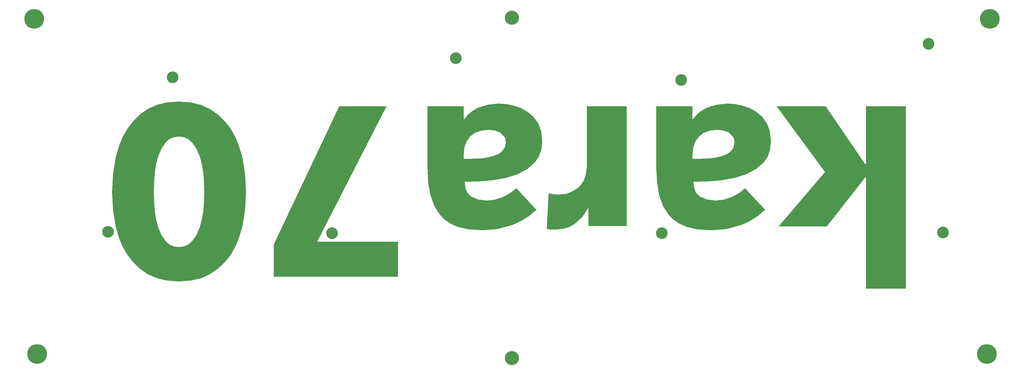
<source format=gbr>
%TF.GenerationSoftware,KiCad,Pcbnew,9.0.0*%
%TF.CreationDate,2025-03-11T22:48:04+00:00*%
%TF.ProjectId,base,62617365-2e6b-4696-9361-645f70636258,rev?*%
%TF.SameCoordinates,Original*%
%TF.FileFunction,Copper,L1,Top*%
%TF.FilePolarity,Positive*%
%FSLAX46Y46*%
G04 Gerber Fmt 4.6, Leading zero omitted, Abs format (unit mm)*
G04 Created by KiCad (PCBNEW 9.0.0) date 2025-03-11 22:48:04*
%MOMM*%
%LPD*%
G01*
G04 APERTURE LIST*
%ADD10C,0.300000*%
%TA.AperFunction,SMDPad,CuDef*%
%ADD11C,7.400000*%
%TD*%
%TA.AperFunction,SMDPad,CuDef*%
%ADD12C,5.300000*%
%TD*%
%TA.AperFunction,ComponentPad*%
%ADD13C,4.400000*%
%TD*%
G04 APERTURE END LIST*
D10*
G36*
X305070081Y-72813000D02*
G01*
X323529650Y-72813000D01*
X338353664Y-94546949D01*
X338623553Y-94546949D01*
X338623553Y-72813000D01*
X353630139Y-72813000D01*
X353630139Y-141559118D01*
X338623553Y-141559118D01*
X338623553Y-99730393D01*
X338353664Y-99730393D01*
X323890824Y-118098676D01*
X305796398Y-118098676D01*
X323255793Y-97638758D01*
X305070081Y-72813000D01*
G37*
G36*
X289223272Y-71975204D02*
G01*
X292123378Y-72527235D01*
X294917032Y-73484969D01*
X297441766Y-74888758D01*
X299617807Y-76780215D01*
X301398806Y-79254599D01*
X302532224Y-82195813D01*
X302942726Y-85985932D01*
X302620832Y-89157998D01*
X301715352Y-91753898D01*
X300259718Y-93896042D01*
X297241379Y-96521128D01*
X293349783Y-98531771D01*
X288962405Y-99878056D01*
X283935442Y-100714692D01*
X278782683Y-101127520D01*
X273842412Y-101262406D01*
X273842412Y-101972848D01*
X274124802Y-104039444D01*
X274912328Y-105613979D01*
X276207904Y-106818931D01*
X278769377Y-107965739D01*
X282026379Y-108374758D01*
X285144355Y-108035330D01*
X288166339Y-107009441D01*
X290947418Y-105479869D01*
X293210869Y-103735060D01*
X300759805Y-111855524D01*
X297950368Y-114204821D01*
X294854643Y-116123650D01*
X291440719Y-117626372D01*
X286049326Y-119072459D01*
X280573745Y-119551311D01*
X275090217Y-119169726D01*
X270889516Y-118142335D01*
X268378692Y-117008705D01*
X266258177Y-115556012D01*
X264479667Y-113776494D01*
X262396419Y-110524535D01*
X260887771Y-106318844D01*
X260055367Y-101599387D01*
X259748684Y-95638409D01*
X259748684Y-91066183D01*
X273389952Y-91066183D01*
X273389952Y-92625979D01*
X275299015Y-92625979D01*
X280256229Y-92395780D01*
X282678026Y-92051078D01*
X284713356Y-91522612D01*
X286525186Y-90715932D01*
X287940109Y-89641332D01*
X288881837Y-88235020D01*
X289210172Y-86382827D01*
X289056386Y-85169271D01*
X288618799Y-84180062D01*
X287118537Y-82711551D01*
X285026902Y-81933638D01*
X282756665Y-81703439D01*
X279828083Y-82014232D01*
X277559761Y-82870795D01*
X275799102Y-84227689D01*
X274494311Y-86044768D01*
X273680687Y-88284751D01*
X273389952Y-91066183D01*
X259748684Y-91066183D01*
X259748684Y-72813000D01*
X273389952Y-72813000D01*
X273389952Y-77651145D01*
X273659840Y-77651145D01*
X274973954Y-75966210D01*
X276695705Y-74528117D01*
X278890911Y-73328963D01*
X282507648Y-72186381D01*
X286483506Y-71796949D01*
X289223272Y-71975204D01*
G37*
G36*
X219249556Y-105632216D02*
G01*
X221206246Y-105997359D01*
X223067682Y-106088645D01*
X225913254Y-105799559D01*
X228116182Y-105005123D01*
X229989560Y-103785167D01*
X231390562Y-102389587D01*
X232451499Y-100781190D01*
X233164681Y-99051703D01*
X233708427Y-95900360D01*
X233708427Y-72813000D01*
X248623727Y-72813000D01*
X248623727Y-117900229D01*
X234256142Y-117900229D01*
X234256142Y-111355437D01*
X234073570Y-111355437D01*
X231978032Y-114543909D01*
X229163984Y-117078657D01*
X226952213Y-118302200D01*
X224516163Y-119042872D01*
X221797619Y-119297298D01*
X220023500Y-119233795D01*
X218614524Y-119043286D01*
X219249556Y-105632216D01*
G37*
G36*
X203176517Y-71975204D02*
G01*
X206076623Y-72527235D01*
X208870276Y-73484969D01*
X211395011Y-74888758D01*
X213571052Y-76780215D01*
X215352051Y-79254599D01*
X216485469Y-82195813D01*
X216895971Y-85985932D01*
X216574077Y-89157998D01*
X215668597Y-91753898D01*
X214212963Y-93896042D01*
X211194624Y-96521128D01*
X207303028Y-98531771D01*
X202915650Y-99878056D01*
X197888687Y-100714692D01*
X192735928Y-101127520D01*
X187795657Y-101262406D01*
X187795657Y-101972848D01*
X188078047Y-104039444D01*
X188865572Y-105613979D01*
X190161149Y-106818931D01*
X192722621Y-107965739D01*
X195979624Y-108374758D01*
X199097600Y-108035330D01*
X202119584Y-107009441D01*
X204900663Y-105479869D01*
X207164114Y-103735060D01*
X214713050Y-111855524D01*
X211903613Y-114204821D01*
X208807888Y-116123650D01*
X205393964Y-117626372D01*
X200002571Y-119072459D01*
X194526990Y-119551311D01*
X189043462Y-119169726D01*
X184842761Y-118142335D01*
X182331937Y-117008705D01*
X180211422Y-115556012D01*
X178432912Y-113776494D01*
X176349664Y-110524535D01*
X174841016Y-106318844D01*
X174008612Y-101599387D01*
X173701928Y-95638409D01*
X173701928Y-91066183D01*
X187343197Y-91066183D01*
X187343197Y-92625979D01*
X189252260Y-92625979D01*
X194209474Y-92395780D01*
X196631271Y-92051078D01*
X198666600Y-91522612D01*
X200478431Y-90715932D01*
X201893354Y-89641332D01*
X202835082Y-88235020D01*
X203163417Y-86382827D01*
X203009631Y-85169271D01*
X202572044Y-84180062D01*
X201071782Y-82711551D01*
X198980147Y-81933638D01*
X196709910Y-81703439D01*
X193781328Y-82014232D01*
X191513006Y-82870795D01*
X189752347Y-84227689D01*
X188447556Y-86044768D01*
X187633932Y-88284751D01*
X187343197Y-91066183D01*
X173701928Y-91066183D01*
X173701928Y-72813000D01*
X187343197Y-72813000D01*
X187343197Y-77651145D01*
X187613085Y-77651145D01*
X188927199Y-75966210D01*
X190648950Y-74528117D01*
X192844156Y-73328963D01*
X196460893Y-72186381D01*
X200436751Y-71796949D01*
X203176517Y-71975204D01*
G37*
G36*
X140569165Y-72813000D02*
G01*
X158302417Y-72813000D01*
X132202626Y-123869524D01*
X162668258Y-123869524D01*
X162668258Y-137078177D01*
X115925978Y-137078177D01*
X115925978Y-124913357D01*
X140569165Y-72813000D01*
G37*
G36*
X84668408Y-71365836D02*
G01*
X88513620Y-72305528D01*
X91834474Y-73805236D01*
X94853301Y-75869554D01*
X97465322Y-78345184D01*
X99700925Y-81262886D01*
X101511724Y-84484602D01*
X102985683Y-88090118D01*
X104110425Y-92125892D01*
X105125251Y-98409471D01*
X105471773Y-105128160D01*
X105124606Y-111840801D01*
X104110425Y-118082801D01*
X102984068Y-122087988D01*
X101509824Y-125647616D01*
X99700925Y-128810862D01*
X97469103Y-131668291D01*
X94857616Y-134098513D01*
X91834474Y-136129599D01*
X88516306Y-137604765D01*
X84670917Y-138530170D01*
X80193554Y-138856265D01*
X75713596Y-138529167D01*
X71885538Y-137602931D01*
X68600262Y-136129599D01*
X65607627Y-134099218D01*
X63026463Y-131669277D01*
X60825097Y-128810862D01*
X59039452Y-125649980D01*
X57579559Y-122090346D01*
X56459256Y-118082801D01*
X55442105Y-111840681D01*
X55095791Y-105163881D01*
X70735555Y-105163881D01*
X71100699Y-111772176D01*
X71630515Y-115314722D01*
X72462047Y-118519385D01*
X73705120Y-121445412D01*
X75327626Y-123774270D01*
X76692270Y-124952917D01*
X78289586Y-125657130D01*
X80193554Y-125901625D01*
X82099045Y-125658087D01*
X83711888Y-124954430D01*
X85103141Y-123774270D01*
X86770546Y-121443487D01*
X88060006Y-118519385D01*
X88925362Y-115312820D01*
X89468982Y-111772176D01*
X89830156Y-105163881D01*
X89468982Y-98416672D01*
X88924362Y-94837209D01*
X88060006Y-91621836D01*
X86770765Y-88701131D01*
X85103141Y-86370920D01*
X83711888Y-85190760D01*
X82099045Y-84487102D01*
X80193554Y-84243565D01*
X78289586Y-84488060D01*
X76692270Y-85192273D01*
X75327626Y-86370920D01*
X73704905Y-88699212D01*
X72462047Y-91621836D01*
X71631491Y-94835248D01*
X71100699Y-98416672D01*
X70735555Y-105163881D01*
X55095791Y-105163881D01*
X55093938Y-105128160D01*
X55441459Y-98409587D01*
X56459256Y-92125892D01*
X57577931Y-88087812D01*
X59037538Y-84482278D01*
X60825097Y-81262886D01*
X63030224Y-78344147D01*
X65611932Y-75868807D01*
X68600262Y-73805236D01*
X71888261Y-72307372D01*
X75716151Y-71366846D01*
X80193554Y-71034912D01*
X84668408Y-71365836D01*
G37*
D11*
%TO.P,REF\u002A\u002A,1*%
%TO.N,N/C*%
X385219581Y-39814000D03*
%TD*%
D12*
%TO.P,REF\u002A\u002A,1*%
%TO.N,N/C*%
X205516790Y-39400000D03*
%TD*%
D11*
%TO.P,REF\u002A\u002A,1*%
%TO.N,N/C*%
X25814000Y-39814000D03*
%TD*%
D12*
%TO.P,REF\u002A\u002A,1*%
%TO.N,N/C*%
X205516790Y-167707546D03*
%TD*%
D11*
%TO.P,REF\u002A\u002A,1*%
%TO.N,N/C*%
X384133581Y-166207546D03*
%TD*%
%TO.P,REF\u002A\u002A,1*%
%TO.N,N/C*%
X26900000Y-166207546D03*
%TD*%
D13*
%TO.P,,1*%
%TO.N,N/C*%
X77853231Y-61902000D03*
%TD*%
%TO.P,,1*%
%TO.N,N/C*%
X269103231Y-62902000D03*
%TD*%
%TO.P,,1*%
%TO.N,N/C*%
X261853231Y-120652000D03*
%TD*%
%TO.P,,1*%
%TO.N,N/C*%
X184353231Y-54652000D03*
%TD*%
%TO.P,,1*%
%TO.N,N/C*%
X367603231Y-120402000D03*
%TD*%
%TO.P,,1*%
%TO.N,N/C*%
X53603231Y-120152000D03*
%TD*%
%TO.P,,1*%
%TO.N,N/C*%
X137853231Y-120652000D03*
%TD*%
%TO.P,,1*%
%TO.N,N/C*%
X362159481Y-49277000D03*
%TD*%
M02*

</source>
